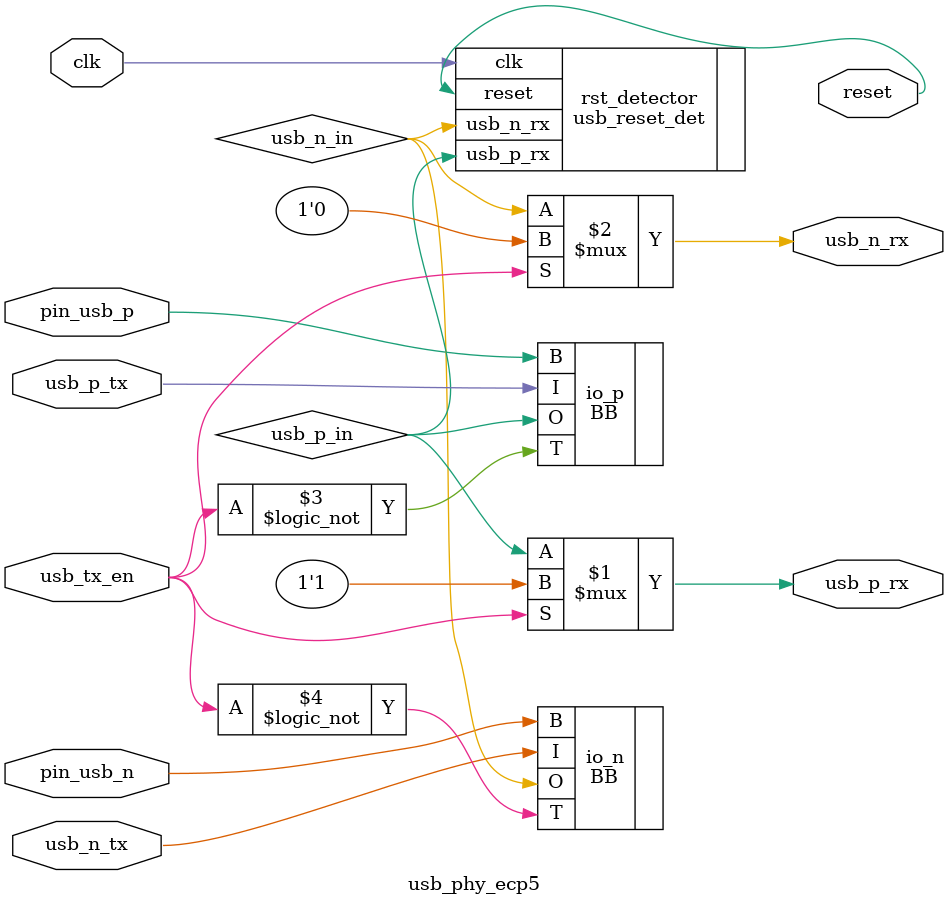
<source format=v>
/*
  usb_phy_ecp5

  USB PHY for the Lattice ECP5 family.

  ----------------------------------------------------
  usb_phy_ecp5 u_u (
    .clk        (clk),
    .reset      (reset),

    // USB pins
    .pin_usb_p( pin_usb_p ),
    .pin_usb_n( pin_usb_n ),

    // USB signals
    input  usb_p_tx,
    input  usb_n_tx,
    output usb_p_rx,
    output usb_n_rx,
    input  usb_tx_en,
  );
*/
module usb_phy_ecp5 (
  input  clk,
  output reset,

  // USB pins
  inout  pin_usb_p,
  inout  pin_usb_n,

  // USB signals
  input  usb_p_tx,
  input  usb_n_tx,
  output usb_p_rx,
  output usb_n_rx,
  input  usb_tx_en,
);

  wire usb_p_in;
  wire usb_n_in;

  assign usb_p_rx = usb_tx_en ? 1'b1 : usb_p_in;
  assign usb_n_rx = usb_tx_en ? 1'b0 : usb_n_in;

  // T = TRISTATE (not transmit)
  BB io_p( .I( usb_p_tx ), .T( !usb_tx_en ), .O( usb_p_in ), .B( pin_usb_p ) );
  BB io_n( .I( usb_n_tx ), .T( !usb_tx_en ), .O( usb_n_in ), .B( pin_usb_n ) );

  usb_reset_det rst_detector(
    .clk(clk),
    .reset(reset),
    .usb_p_rx(usb_p_in),
    .usb_n_rx(usb_n_in),
  );

endmodule

</source>
